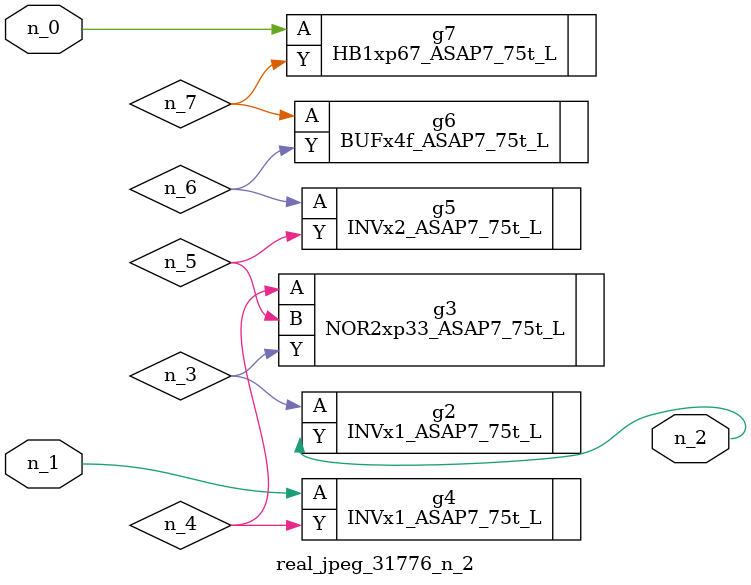
<source format=v>
module real_jpeg_31776_n_2 (n_1, n_0, n_2);

input n_1;
input n_0;

output n_2;

wire n_5;
wire n_4;
wire n_6;
wire n_7;
wire n_3;

HB1xp67_ASAP7_75t_L g7 ( 
.A(n_0),
.Y(n_7)
);

INVx1_ASAP7_75t_L g4 ( 
.A(n_1),
.Y(n_4)
);

INVx1_ASAP7_75t_L g2 ( 
.A(n_3),
.Y(n_2)
);

NOR2xp33_ASAP7_75t_L g3 ( 
.A(n_4),
.B(n_5),
.Y(n_3)
);

INVx2_ASAP7_75t_L g5 ( 
.A(n_6),
.Y(n_5)
);

BUFx4f_ASAP7_75t_L g6 ( 
.A(n_7),
.Y(n_6)
);


endmodule
</source>
